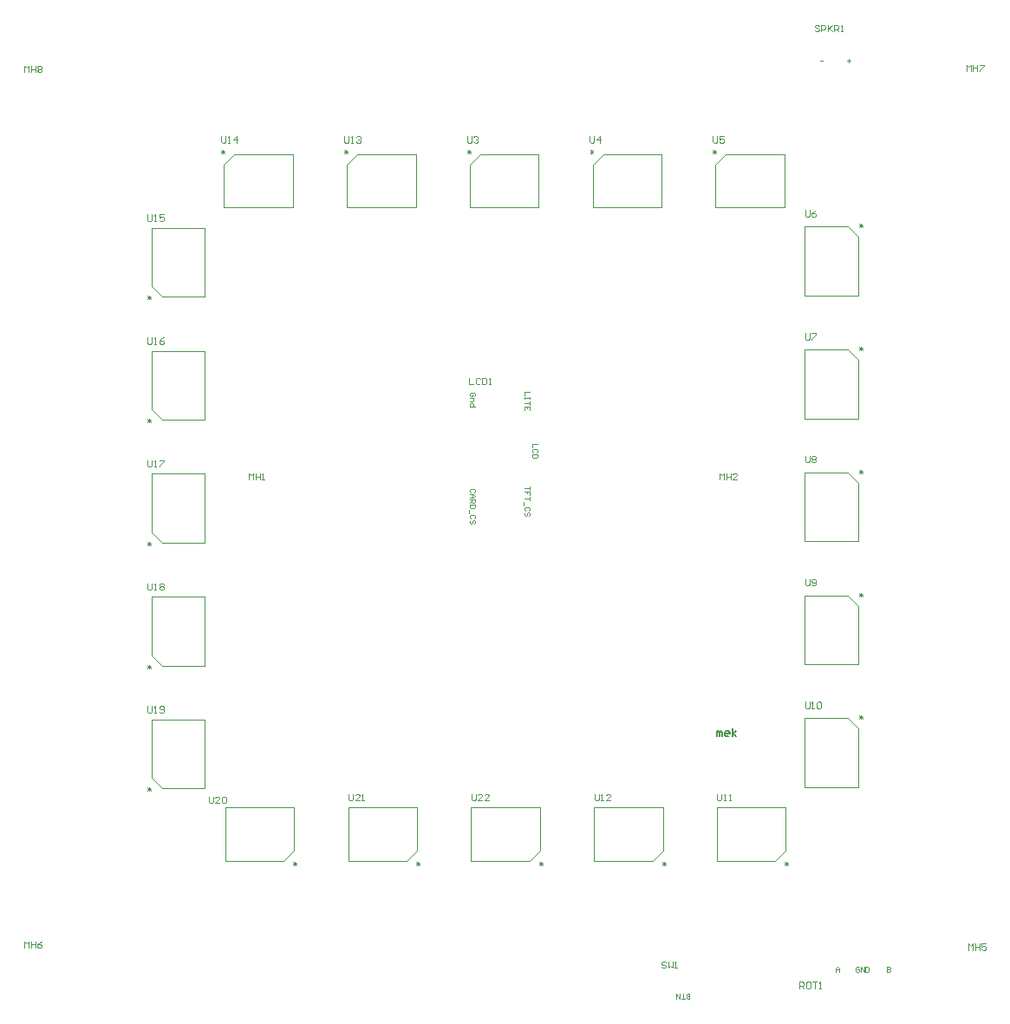
<source format=gto>
G04 Layer_Color=65535*
%FSLAX44Y44*%
%MOMM*%
G71*
G01*
G75*
%ADD42C,0.1250*%
%ADD43C,0.1016*%
%ADD44C,0.1000*%
%ADD45C,0.1270*%
D42*
X1084710Y1260260D02*
X1094870Y1270420D01*
X1084710Y1218350D02*
Y1260260D01*
Y1218350D02*
X1152020D01*
Y1270420D01*
X1094870D02*
X1152020D01*
X964710Y1260260D02*
X974870Y1270420D01*
X964710Y1218350D02*
Y1260260D01*
Y1218350D02*
X1032020D01*
Y1270420D01*
X974870D02*
X1032020D01*
X894080Y1141370D02*
X904240Y1131210D01*
X946150D01*
Y1198520D01*
X894080D02*
X946150D01*
X894080Y1141370D02*
Y1198520D01*
Y1021370D02*
X904240Y1011210D01*
X946150D01*
Y1078520D01*
X894080D02*
X946150D01*
X894080Y1021370D02*
Y1078520D01*
Y901370D02*
X904240Y891210D01*
X946150D01*
Y958520D01*
X894080D02*
X946150D01*
X894080Y901370D02*
Y958520D01*
Y781370D02*
X904240Y771210D01*
X946150D01*
Y838520D01*
X894080D02*
X946150D01*
X894080Y781370D02*
Y838520D01*
Y661370D02*
X904240Y651210D01*
X946150D01*
Y718520D01*
X894080D02*
X946150D01*
X894080Y661370D02*
Y718520D01*
X1143130Y580580D02*
X1153290Y590740D01*
Y632650D01*
X1085980D02*
X1153290D01*
X1085980Y580580D02*
Y632650D01*
Y580580D02*
X1143130D01*
X1263130D02*
X1273290Y590740D01*
Y632650D01*
X1205980D02*
X1273290D01*
X1205980Y580580D02*
Y632650D01*
Y580580D02*
X1263130D01*
X1204710Y1260260D02*
X1214870Y1270420D01*
X1204710Y1218350D02*
Y1260260D01*
Y1218350D02*
X1272020D01*
Y1270420D01*
X1214870D02*
X1272020D01*
X1324710Y1260260D02*
X1334870Y1270420D01*
X1324710Y1218350D02*
Y1260260D01*
Y1218350D02*
X1392020D01*
Y1270420D01*
X1334870D02*
X1392020D01*
X1444710Y1260260D02*
X1454870Y1270420D01*
X1444710Y1218350D02*
Y1260260D01*
Y1218350D02*
X1512020D01*
Y1270420D01*
X1454870D02*
X1512020D01*
X1573760Y1199790D02*
X1583920Y1189630D01*
X1531850Y1199790D02*
X1573760D01*
X1531850Y1132480D02*
Y1199790D01*
Y1132480D02*
X1583920D01*
Y1189630D01*
X1573760Y1079790D02*
X1583920Y1069630D01*
X1531850Y1079790D02*
X1573760D01*
X1531850Y1012480D02*
Y1079790D01*
Y1012480D02*
X1583920D01*
Y1069630D01*
X1573760Y959790D02*
X1583920Y949630D01*
X1531850Y959790D02*
X1573760D01*
X1531850Y892480D02*
Y959790D01*
Y892480D02*
X1583920D01*
Y949630D01*
X1573760Y839790D02*
X1583920Y829630D01*
X1531850Y839790D02*
X1573760D01*
X1531850Y772480D02*
Y839790D01*
Y772480D02*
X1583920D01*
Y829630D01*
X1573760Y719790D02*
X1583920Y709630D01*
X1531850Y719790D02*
X1573760D01*
X1531850Y652480D02*
Y719790D01*
Y652480D02*
X1583920D01*
Y709630D01*
X1503130Y580580D02*
X1513290Y590740D01*
Y632650D01*
X1445980D02*
X1513290D01*
X1445980Y580580D02*
Y632650D01*
Y580580D02*
X1503130D01*
X1383130D02*
X1393290Y590740D01*
Y632650D01*
X1325980D02*
X1393290D01*
X1325980Y580580D02*
Y632650D01*
Y580580D02*
X1383130D01*
X1023130D02*
X1033290Y590740D01*
Y632650D01*
X965980D02*
X1033290D01*
X965980Y580580D02*
Y632650D01*
Y580580D02*
X1023130D01*
D43*
X770000Y1350500D02*
Y1356848D01*
X772116Y1354732D01*
X774232Y1356848D01*
Y1350500D01*
X776348Y1356848D02*
Y1350500D01*
Y1353674D01*
X780580D01*
Y1356848D01*
Y1350500D01*
X782696Y1355790D02*
X783754Y1356848D01*
X785870D01*
X786928Y1355790D01*
Y1354732D01*
X785870Y1353674D01*
X786928Y1352616D01*
Y1351558D01*
X785870Y1350500D01*
X783754D01*
X782696Y1351558D01*
Y1352616D01*
X783754Y1353674D01*
X782696Y1354732D01*
Y1355790D01*
X783754Y1353674D02*
X785870D01*
X1690000Y1351500D02*
Y1357848D01*
X1692116Y1355732D01*
X1694232Y1357848D01*
Y1351500D01*
X1696348Y1357848D02*
Y1351500D01*
Y1354674D01*
X1700580D01*
Y1357848D01*
Y1351500D01*
X1702696Y1357848D02*
X1706928D01*
Y1356790D01*
X1702696Y1352558D01*
Y1351500D01*
X770000Y495500D02*
Y501848D01*
X772116Y499732D01*
X774232Y501848D01*
Y495500D01*
X776348Y501848D02*
Y495500D01*
Y498674D01*
X780580D01*
Y501848D01*
Y495500D01*
X786928Y501848D02*
X784812Y500790D01*
X782696Y498674D01*
Y496558D01*
X783754Y495500D01*
X785870D01*
X786928Y496558D01*
Y497616D01*
X785870Y498674D01*
X782696D01*
X1692000Y493500D02*
Y499848D01*
X1694116Y497732D01*
X1696232Y499848D01*
Y493500D01*
X1698348Y499848D02*
Y493500D01*
Y496674D01*
X1702580D01*
Y499848D01*
Y493500D01*
X1708928Y499848D02*
X1704696D01*
Y496674D01*
X1706812Y497732D01*
X1707870D01*
X1708928Y496674D01*
Y494558D01*
X1707870Y493500D01*
X1705754D01*
X1704696Y494558D01*
X1449070Y952500D02*
Y958848D01*
X1451186Y956732D01*
X1453302Y958848D01*
Y952500D01*
X1455418Y958848D02*
Y952500D01*
Y955674D01*
X1459650D01*
Y958848D01*
Y952500D01*
X1465998D02*
X1461766D01*
X1465998Y956732D01*
Y957790D01*
X1464940Y958848D01*
X1462824D01*
X1461766Y957790D01*
X989076Y952500D02*
Y958848D01*
X991192Y956732D01*
X993308Y958848D01*
Y952500D01*
X995424Y958848D02*
Y952500D01*
Y955674D01*
X999656D01*
Y958848D01*
Y952500D01*
X1001772D02*
X1003888D01*
X1002830D01*
Y958848D01*
X1001772Y957790D01*
X1204350Y1051962D02*
Y1045614D01*
X1208582D01*
X1214930Y1050904D02*
X1213872Y1051962D01*
X1211756D01*
X1210698Y1050904D01*
Y1046672D01*
X1211756Y1045614D01*
X1213872D01*
X1214930Y1046672D01*
X1217046Y1051962D02*
Y1045614D01*
X1220220D01*
X1221278Y1046672D01*
Y1050904D01*
X1220220Y1051962D01*
X1217046D01*
X1223394Y1045614D02*
X1225510D01*
X1224452D01*
Y1051962D01*
X1223394Y1050904D01*
X1527000Y456000D02*
Y462348D01*
X1530174D01*
X1531232Y461290D01*
Y459174D01*
X1530174Y458116D01*
X1527000D01*
X1529116D02*
X1531232Y456000D01*
X1536522Y462348D02*
X1534406D01*
X1533348Y461290D01*
Y457058D01*
X1534406Y456000D01*
X1536522D01*
X1537580Y457058D01*
Y461290D01*
X1536522Y462348D01*
X1539696D02*
X1543928D01*
X1541812D01*
Y456000D01*
X1546044D02*
X1548160D01*
X1547102D01*
Y462348D01*
X1546044Y461290D01*
X1396232Y481290D02*
X1395174Y482348D01*
X1393058D01*
X1392000Y481290D01*
Y480232D01*
X1393058Y479174D01*
X1395174D01*
X1396232Y478116D01*
Y477058D01*
X1395174Y476000D01*
X1393058D01*
X1392000Y477058D01*
X1398348Y482348D02*
Y476000D01*
X1400464Y478116D01*
X1402580Y476000D01*
Y482348D01*
X1404696Y476000D02*
X1406812D01*
X1405754D01*
Y482348D01*
X1404696Y481290D01*
X1202182Y1288032D02*
Y1282742D01*
X1203240Y1281684D01*
X1205356D01*
X1206414Y1282742D01*
Y1288032D01*
X1208530Y1286974D02*
X1209588Y1288032D01*
X1211704D01*
X1212762Y1286974D01*
Y1285916D01*
X1211704Y1284858D01*
X1210646D01*
X1211704D01*
X1212762Y1283800D01*
Y1282742D01*
X1211704Y1281684D01*
X1209588D01*
X1208530Y1282742D01*
X1322070Y1288032D02*
Y1282742D01*
X1323128Y1281684D01*
X1325244D01*
X1326302Y1282742D01*
Y1288032D01*
X1331592Y1281684D02*
Y1288032D01*
X1328418Y1284858D01*
X1332650D01*
X1442212Y1288032D02*
Y1282742D01*
X1443270Y1281684D01*
X1445386D01*
X1446444Y1282742D01*
Y1288032D01*
X1452792D02*
X1448560D01*
Y1284858D01*
X1450676Y1285916D01*
X1451734D01*
X1452792Y1284858D01*
Y1282742D01*
X1451734Y1281684D01*
X1449618D01*
X1448560Y1282742D01*
X1532128Y1215896D02*
Y1210606D01*
X1533186Y1209548D01*
X1535302D01*
X1536360Y1210606D01*
Y1215896D01*
X1542708D02*
X1540592Y1214838D01*
X1538476Y1212722D01*
Y1210606D01*
X1539534Y1209548D01*
X1541650D01*
X1542708Y1210606D01*
Y1211664D01*
X1541650Y1212722D01*
X1538476D01*
X1532128Y1095754D02*
Y1090464D01*
X1533186Y1089406D01*
X1535302D01*
X1536360Y1090464D01*
Y1095754D01*
X1538476D02*
X1542708D01*
Y1094696D01*
X1538476Y1090464D01*
Y1089406D01*
X1532128Y975866D02*
Y970576D01*
X1533186Y969518D01*
X1535302D01*
X1536360Y970576D01*
Y975866D01*
X1538476Y974808D02*
X1539534Y975866D01*
X1541650D01*
X1542708Y974808D01*
Y973750D01*
X1541650Y972692D01*
X1542708Y971634D01*
Y970576D01*
X1541650Y969518D01*
X1539534D01*
X1538476Y970576D01*
Y971634D01*
X1539534Y972692D01*
X1538476Y973750D01*
Y974808D01*
X1539534Y972692D02*
X1541650D01*
X1532128Y855724D02*
Y850434D01*
X1533186Y849376D01*
X1535302D01*
X1536360Y850434D01*
Y855724D01*
X1538476Y850434D02*
X1539534Y849376D01*
X1541650D01*
X1542708Y850434D01*
Y854666D01*
X1541650Y855724D01*
X1539534D01*
X1538476Y854666D01*
Y853608D01*
X1539534Y852550D01*
X1542708D01*
X1532128Y735836D02*
Y730546D01*
X1533186Y729488D01*
X1535302D01*
X1536360Y730546D01*
Y735836D01*
X1538476Y729488D02*
X1540592D01*
X1539534D01*
Y735836D01*
X1538476Y734778D01*
X1543766D02*
X1544824Y735836D01*
X1546940D01*
X1547998Y734778D01*
Y730546D01*
X1546940Y729488D01*
X1544824D01*
X1543766Y730546D01*
Y734778D01*
X1446276Y645666D02*
Y640376D01*
X1447334Y639318D01*
X1449450D01*
X1450508Y640376D01*
Y645666D01*
X1452624Y639318D02*
X1454740D01*
X1453682D01*
Y645666D01*
X1452624Y644608D01*
X1457914Y639318D02*
X1460030D01*
X1458972D01*
Y645666D01*
X1457914Y644608D01*
X1326388Y645666D02*
Y640376D01*
X1327446Y639318D01*
X1329562D01*
X1330620Y640376D01*
Y645666D01*
X1332736Y639318D02*
X1334852D01*
X1333794D01*
Y645666D01*
X1332736Y644608D01*
X1342258Y639318D02*
X1338026D01*
X1342258Y643550D01*
Y644608D01*
X1341200Y645666D01*
X1339084D01*
X1338026Y644608D01*
X1082294Y1288032D02*
Y1282742D01*
X1083352Y1281684D01*
X1085468D01*
X1086526Y1282742D01*
Y1288032D01*
X1088642Y1281684D02*
X1090758D01*
X1089700D01*
Y1288032D01*
X1088642Y1286974D01*
X1093932D02*
X1094990Y1288032D01*
X1097106D01*
X1098164Y1286974D01*
Y1285916D01*
X1097106Y1284858D01*
X1096048D01*
X1097106D01*
X1098164Y1283800D01*
Y1282742D01*
X1097106Y1281684D01*
X1094990D01*
X1093932Y1282742D01*
X962152Y1288032D02*
Y1282742D01*
X963210Y1281684D01*
X965326D01*
X966384Y1282742D01*
Y1288032D01*
X968500Y1281684D02*
X970616D01*
X969558D01*
Y1288032D01*
X968500Y1286974D01*
X976964Y1281684D02*
Y1288032D01*
X973790Y1284858D01*
X978022D01*
X890016Y1211578D02*
Y1206288D01*
X891074Y1205230D01*
X893190D01*
X894248Y1206288D01*
Y1211578D01*
X896364Y1205230D02*
X898480D01*
X897422D01*
Y1211578D01*
X896364Y1210520D01*
X905886Y1211578D02*
X901654D01*
Y1208404D01*
X903770Y1209462D01*
X904828D01*
X905886Y1208404D01*
Y1206288D01*
X904828Y1205230D01*
X902712D01*
X901654Y1206288D01*
X890016Y1091690D02*
Y1086400D01*
X891074Y1085342D01*
X893190D01*
X894248Y1086400D01*
Y1091690D01*
X896364Y1085342D02*
X898480D01*
X897422D01*
Y1091690D01*
X896364Y1090632D01*
X905886Y1091690D02*
X903770Y1090632D01*
X901654Y1088516D01*
Y1086400D01*
X902712Y1085342D01*
X904828D01*
X905886Y1086400D01*
Y1087458D01*
X904828Y1088516D01*
X901654D01*
X890016Y971548D02*
Y966258D01*
X891074Y965200D01*
X893190D01*
X894248Y966258D01*
Y971548D01*
X896364Y965200D02*
X898480D01*
X897422D01*
Y971548D01*
X896364Y970490D01*
X901654Y971548D02*
X905886D01*
Y970490D01*
X901654Y966258D01*
Y965200D01*
X890016Y851660D02*
Y846370D01*
X891074Y845312D01*
X893190D01*
X894248Y846370D01*
Y851660D01*
X896364Y845312D02*
X898480D01*
X897422D01*
Y851660D01*
X896364Y850602D01*
X901654D02*
X902712Y851660D01*
X904828D01*
X905886Y850602D01*
Y849544D01*
X904828Y848486D01*
X905886Y847428D01*
Y846370D01*
X904828Y845312D01*
X902712D01*
X901654Y846370D01*
Y847428D01*
X902712Y848486D01*
X901654Y849544D01*
Y850602D01*
X902712Y848486D02*
X904828D01*
X890016Y731518D02*
Y726228D01*
X891074Y725170D01*
X893190D01*
X894248Y726228D01*
Y731518D01*
X896364Y725170D02*
X898480D01*
X897422D01*
Y731518D01*
X896364Y730460D01*
X901654Y726228D02*
X902712Y725170D01*
X904828D01*
X905886Y726228D01*
Y730460D01*
X904828Y731518D01*
X902712D01*
X901654Y730460D01*
Y729402D01*
X902712Y728344D01*
X905886D01*
X950000Y643348D02*
Y638058D01*
X951058Y637000D01*
X953174D01*
X954232Y638058D01*
Y643348D01*
X960580Y637000D02*
X956348D01*
X960580Y641232D01*
Y642290D01*
X959522Y643348D01*
X957406D01*
X956348Y642290D01*
X962696D02*
X963754Y643348D01*
X965870D01*
X966928Y642290D01*
Y638058D01*
X965870Y637000D01*
X963754D01*
X962696Y638058D01*
Y642290D01*
X1086358Y645666D02*
Y640376D01*
X1087416Y639318D01*
X1089532D01*
X1090590Y640376D01*
Y645666D01*
X1096938Y639318D02*
X1092706D01*
X1096938Y643550D01*
Y644608D01*
X1095880Y645666D01*
X1093764D01*
X1092706Y644608D01*
X1099054Y639318D02*
X1101170D01*
X1100112D01*
Y645666D01*
X1099054Y644608D01*
X1206246Y645666D02*
Y640376D01*
X1207304Y639318D01*
X1209420D01*
X1210478Y640376D01*
Y645666D01*
X1216826Y639318D02*
X1212594D01*
X1216826Y643550D01*
Y644608D01*
X1215768Y645666D01*
X1213652D01*
X1212594Y644608D01*
X1223174Y639318D02*
X1218942D01*
X1223174Y643550D01*
Y644608D01*
X1222116Y645666D01*
X1220000D01*
X1218942Y644608D01*
X1545828Y1395812D02*
X1544770Y1396870D01*
X1542654D01*
X1541596Y1395812D01*
Y1394754D01*
X1542654Y1393696D01*
X1544770D01*
X1545828Y1392638D01*
Y1391580D01*
X1544770Y1390522D01*
X1542654D01*
X1541596Y1391580D01*
X1547944Y1390522D02*
Y1396870D01*
X1551118D01*
X1552176Y1395812D01*
Y1393696D01*
X1551118Y1392638D01*
X1547944D01*
X1554292Y1396870D02*
Y1390522D01*
Y1392638D01*
X1558524Y1396870D01*
X1555350Y1393696D01*
X1558524Y1390522D01*
X1560640D02*
Y1396870D01*
X1563814D01*
X1564872Y1395812D01*
Y1393696D01*
X1563814Y1392638D01*
X1560640D01*
X1562756D02*
X1564872Y1390522D01*
X1566988D02*
X1569104D01*
X1568046D01*
Y1396870D01*
X1566988Y1395812D01*
D44*
X1082170Y1274585D02*
X1085502Y1271253D01*
X1082170D02*
X1085502Y1274585D01*
X1082170Y1272919D02*
X1085502D01*
X1083836Y1271253D02*
Y1274585D01*
X962170D02*
X965502Y1271253D01*
X962170D02*
X965502Y1274585D01*
X962170Y1272919D02*
X965502D01*
X963836Y1271253D02*
Y1274585D01*
X889915Y1128670D02*
X893247Y1132002D01*
Y1128670D02*
X889915Y1132002D01*
X891581Y1128670D02*
Y1132002D01*
X893247Y1130336D02*
X889915D01*
Y1008670D02*
X893247Y1012002D01*
Y1008670D02*
X889915Y1012002D01*
X891581Y1008670D02*
Y1012002D01*
X893247Y1010336D02*
X889915D01*
Y888670D02*
X893247Y892002D01*
Y888670D02*
X889915Y892002D01*
X891581Y888670D02*
Y892002D01*
X893247Y890336D02*
X889915D01*
Y768670D02*
X893247Y772002D01*
Y768670D02*
X889915Y772002D01*
X891581Y768670D02*
Y772002D01*
X893247Y770336D02*
X889915D01*
Y648670D02*
X893247Y652002D01*
Y648670D02*
X889915Y652002D01*
X891581Y648670D02*
Y652002D01*
X893247Y650336D02*
X889915D01*
X1155830Y576415D02*
X1152498Y579747D01*
X1155830D02*
X1152498Y576415D01*
X1155830Y578081D02*
X1152498D01*
X1154164Y579747D02*
Y576415D01*
X1275830D02*
X1272498Y579747D01*
X1275830D02*
X1272498Y576415D01*
X1275830Y578081D02*
X1272498D01*
X1274164Y579747D02*
Y576415D01*
X1202170Y1274585D02*
X1205502Y1271253D01*
X1202170D02*
X1205502Y1274585D01*
X1202170Y1272919D02*
X1205502D01*
X1203836Y1271253D02*
Y1274585D01*
X1322170D02*
X1325502Y1271253D01*
X1322170D02*
X1325502Y1274585D01*
X1322170Y1272919D02*
X1325502D01*
X1323836Y1271253D02*
Y1274585D01*
X1442170D02*
X1445502Y1271253D01*
X1442170D02*
X1445502Y1274585D01*
X1442170Y1272919D02*
X1445502D01*
X1443836Y1271253D02*
Y1274585D01*
X1588085Y1202330D02*
X1584753Y1198998D01*
Y1202330D02*
X1588085Y1198998D01*
X1586419Y1202330D02*
Y1198998D01*
X1584753Y1200664D02*
X1588085D01*
Y1082330D02*
X1584753Y1078998D01*
Y1082330D02*
X1588085Y1078998D01*
X1586419Y1082330D02*
Y1078998D01*
X1584753Y1080664D02*
X1588085D01*
Y962330D02*
X1584753Y958998D01*
Y962330D02*
X1588085Y958998D01*
X1586419Y962330D02*
Y958998D01*
X1584753Y960664D02*
X1588085D01*
Y842330D02*
X1584753Y838998D01*
Y842330D02*
X1588085Y838998D01*
X1586419Y842330D02*
Y838998D01*
X1584753Y840664D02*
X1588085D01*
Y722330D02*
X1584753Y718998D01*
Y722330D02*
X1588085Y718998D01*
X1586419Y722330D02*
Y718998D01*
X1584753Y720664D02*
X1588085D01*
X1515830Y576415D02*
X1512498Y579747D01*
X1515830D02*
X1512498Y576415D01*
X1515830Y578081D02*
X1512498D01*
X1514164Y579747D02*
Y576415D01*
X1395830D02*
X1392498Y579747D01*
X1395830D02*
X1392498Y576415D01*
X1395830Y578081D02*
X1392498D01*
X1394164Y579747D02*
Y576415D01*
X1035830D02*
X1032498Y579747D01*
X1035830D02*
X1032498Y576415D01*
X1035830Y578081D02*
X1032498D01*
X1034164Y579747D02*
Y576415D01*
X1209255Y1033818D02*
X1210088Y1034651D01*
Y1036317D01*
X1209255Y1037150D01*
X1205923D01*
X1205090Y1036317D01*
Y1034651D01*
X1205923Y1033818D01*
X1207589D01*
Y1035484D01*
X1205090Y1032152D02*
X1208422D01*
Y1029652D01*
X1207589Y1028819D01*
X1205090D01*
X1210088Y1023821D02*
X1205090D01*
Y1026320D01*
X1205923Y1027153D01*
X1207589D01*
X1208422Y1026320D01*
Y1023821D01*
X1209255Y939838D02*
X1210088Y940671D01*
Y942337D01*
X1209255Y943170D01*
X1205923D01*
X1205090Y942337D01*
Y940671D01*
X1205923Y939838D01*
X1205090Y938172D02*
X1208422D01*
X1210088Y936506D01*
X1208422Y934839D01*
X1205090D01*
X1207589D01*
Y938172D01*
X1205090Y933173D02*
X1210088D01*
Y930674D01*
X1209255Y929841D01*
X1207589D01*
X1206756Y930674D01*
Y933173D01*
Y931507D02*
X1205090Y929841D01*
X1210088Y928175D02*
X1205090D01*
Y925676D01*
X1205923Y924843D01*
X1209255D01*
X1210088Y925676D01*
Y928175D01*
X1204257Y923176D02*
Y919844D01*
X1209255Y914846D02*
X1210088Y915679D01*
Y917345D01*
X1209255Y918178D01*
X1205923D01*
X1205090Y917345D01*
Y915679D01*
X1205923Y914846D01*
X1209255Y909848D02*
X1210088Y910681D01*
Y912347D01*
X1209255Y913180D01*
X1208422D01*
X1207589Y912347D01*
Y910681D01*
X1206756Y909848D01*
X1205923D01*
X1205090Y910681D01*
Y912347D01*
X1205923Y913180D01*
X1263428Y945710D02*
Y942378D01*
Y944044D01*
X1258430D01*
X1263428Y937379D02*
Y940712D01*
X1260929D01*
Y939045D01*
Y940712D01*
X1258430D01*
X1263428Y935713D02*
Y932381D01*
Y934047D01*
X1258430D01*
X1257597Y930715D02*
Y927383D01*
X1262595Y922384D02*
X1263428Y923217D01*
Y924883D01*
X1262595Y925716D01*
X1259263D01*
X1258430Y924883D01*
Y923217D01*
X1259263Y922384D01*
X1262595Y917386D02*
X1263428Y918219D01*
Y919885D01*
X1262595Y920718D01*
X1261762D01*
X1260929Y919885D01*
Y918219D01*
X1260096Y917386D01*
X1259263D01*
X1258430Y918219D01*
Y919885D01*
X1259263Y920718D01*
X1263428Y1038420D02*
X1258430D01*
Y1035088D01*
X1263428Y1033422D02*
Y1031756D01*
Y1032589D01*
X1258430D01*
Y1033422D01*
Y1031756D01*
X1263428Y1029256D02*
Y1025924D01*
Y1027590D01*
X1258430D01*
X1263428Y1020926D02*
Y1024258D01*
X1258430D01*
Y1020926D01*
X1260929Y1024258D02*
Y1022592D01*
X1271048Y987620D02*
X1266050D01*
Y984288D01*
X1270215Y979289D02*
X1271048Y980122D01*
Y981789D01*
X1270215Y982622D01*
X1266883D01*
X1266050Y981789D01*
Y980122D01*
X1266883Y979289D01*
X1271048Y977623D02*
X1266050D01*
Y975124D01*
X1266883Y974291D01*
X1270215D01*
X1271048Y975124D01*
Y977623D01*
X1611860Y476698D02*
Y471700D01*
X1614359D01*
X1615192Y472533D01*
Y473366D01*
X1614359Y474199D01*
X1611860D01*
X1614359D01*
X1615192Y475032D01*
Y475865D01*
X1614359Y476698D01*
X1611860D01*
X1584712Y475865D02*
X1583879Y476698D01*
X1582213D01*
X1581380Y475865D01*
Y472533D01*
X1582213Y471700D01*
X1583879D01*
X1584712Y472533D01*
Y474199D01*
X1583046D01*
X1586378Y471700D02*
Y476698D01*
X1589711Y471700D01*
Y476698D01*
X1591377D02*
Y471700D01*
X1593876D01*
X1594709Y472533D01*
Y475865D01*
X1593876Y476698D01*
X1591377D01*
X1562330Y471700D02*
Y475032D01*
X1563996Y476698D01*
X1565662Y475032D01*
Y471700D01*
Y474199D01*
X1562330D01*
X1549870Y1362071D02*
X1546538D01*
X1576540D02*
X1573208D01*
X1574874Y1360405D02*
Y1363737D01*
X1419470Y445508D02*
Y450507D01*
X1416971D01*
X1416138Y449674D01*
Y448841D01*
X1416971Y448008D01*
X1419470D01*
X1416971D01*
X1416138Y447174D01*
Y446341D01*
X1416971Y445508D01*
X1419470D01*
X1414472D02*
X1411140D01*
X1412806D01*
Y450507D01*
X1409474D02*
Y445508D01*
X1406141Y450507D01*
Y445508D01*
D45*
X1446000Y702000D02*
Y707078D01*
X1447270D01*
X1448539Y705809D01*
Y702000D01*
Y705809D01*
X1449809Y707078D01*
X1451078Y705809D01*
Y702000D01*
X1457426D02*
X1454887D01*
X1453618Y703270D01*
Y705809D01*
X1454887Y707078D01*
X1457426D01*
X1458696Y705809D01*
Y704539D01*
X1453618D01*
X1461235Y702000D02*
Y709617D01*
Y704539D02*
X1465044Y707078D01*
X1461235Y704539D02*
X1465044Y702000D01*
M02*

</source>
